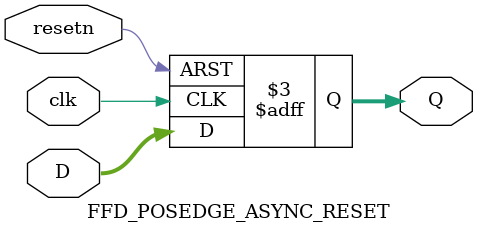
<source format=v>
`define WIDTH 8
module Adder8BitBrentKung(
clk,
resetn,
iValid,
iCarryIn,
iX,
iY,
oZ,
oCarryOut,
oReady
);
input  clk;
input  resetn;
input  iValid;
input  iCarryIn;
input  iX;
input  iY;
output oZ;
output oCarryOut;
output oReady;
parameter N= 8;

wire  [N-1:0] iX;
wire  [N-1:0] iY;
wire  [N-1:0] oZ;
wire          oReady;
wire          oCarryOut;

wire  [N-1:0] p,g;
wire  [N-1:0] wX, wY;

FFD_POSEDGE_ASYNC_RESET #(.SIZE(N)) FFD_X (
  .clk(clk),
  .resetn(resetn),
  .D(iX),
  .Q(wX)
);
FFD_POSEDGE_ASYNC_RESET #(.SIZE(N)) FFD_Y (
  .clk(clk),
  .resetn(resetn),
  .D(iY),
  .Q(wY)
);

wire wValidPP1;
FFD_POSEDGE_ASYNC_RESET #(.SIZE(1)) FFD_Delay1 (
  .clk(clk),
  .resetn(resetn),
  .D(iValid),
  .Q(wValidPP1)
);
genvar i;
generate for (i=0; i<N; i++) begin :pg_cla
    assign p[i] = wX[i]^wY[i];
    assign g[i] = wX[i]&wY[i];
end endgenerate 

//Stage 1
wire [N-1:0] p1,g1;

GP_Buf   gp1Buf0   (.iBufG( g[0]), .oBufG(g1[0]), .iBufP(p[0]), .oBufP(p1[0]));
GP_Adder gp1Adder1 (.iGi_j1(g[1]), .iPi_j1(p[1]), .iGj_k(g[0]), .iPj_k( p[0]), .oGi_k(g1[1]), .oPi_k(p1[1]));
GP_Buf   gp1Buf2   (.iBufG( g[2]), .oBufG(g1[2]), .iBufP(p[2]), .oBufP(p1[2]));
GP_Adder gp1Adder3 (.iGi_j1(g[3]), .iPi_j1(p[3]), .iGj_k(g[2]), .iPj_k( p[2]), .oGi_k(g1[3]), .oPi_k(p1[3]));
GP_Buf   gp1Buf4   (.iBufG( g[4]), .oBufG(g1[4]), .iBufP(p[4]), .oBufP(p1[4]));
GP_Adder gp1Adder5 (.iGi_j1(g[5]), .iPi_j1(p[5]), .iGj_k(g[4]), .iPj_k( p[4]), .oGi_k(g1[5]), .oPi_k(p1[5]));
GP_Buf   gp1Buf6   (.iBufG( g[6]), .oBufG(g1[6]), .iBufP(p[6]), .oBufP(p1[6]));
GP_Adder gp1Adder7 (.iGi_j1(g[7]), .iPi_j1(p[7]), .iGj_k(g[6]), .iPj_k( p[6]), .oGi_k(g1[7]), .oPi_k(p1[7]));

//Stage 2
wire  [N-1:0] p2, g2;
GP_Buf   gp2Buf0   (.iBufG( g1[0]), .oBufG( g2[0]), .iBufP(p1[0]), .oBufP(p2[0]));
GP_Buf   gp2Buf1   (.iBufG( g1[1]), .oBufG( g2[1]), .iBufP(p1[1]), .oBufP(p2[1]));
GP_Buf   gp2Buf2   (.iBufG( g1[2]), .oBufG( g2[2]), .iBufP(p1[2]), .oBufP(p2[2]));
GP_Adder gp2Adder3 (.iGi_j1(g1[3]), .iPi_j1(p1[3]), .iGj_k(g1[1]), .iPj_k(p1[1]), .oGi_k(g2[3]), .oPi_k(p2[3]));
GP_Buf   gp2Buf4   (.iBufG( g1[4]), .oBufG( g2[4]), .iBufP(p1[4]), .oBufP(p2[4]));
GP_Buf   gp2Buf5   (.iBufG( g1[5]), .oBufG( g2[5]), .iBufP(p1[5]), .oBufP(p2[5]));
GP_Buf   gp2Buf6   (.iBufG( g1[6]), .oBufG( g2[6]), .iBufP(p1[6]), .oBufP(p2[6]));
GP_Adder gp2Adder7 (.iGi_j1(g1[7]), .iPi_j1(p1[7]), .iGj_k(g1[5]), .iPj_k(p1[5]), .oGi_k(g2[7]), .oPi_k(p2[7]));

//Insert the D-FlipFlops to form pipeline 
wire  [N-1:0] p2_pp, g2_pp;
FFD_POSEDGE_ASYNC_RESET #(.SIZE(N)) FFD_P1 (
  .clk(clk),
  .resetn(resetn),
  .D(p2),
  .Q(p2_pp)
);

FFD_POSEDGE_ASYNC_RESET #(.SIZE(N)) FFD_G1 (
  .clk(clk),
  .resetn(resetn),
  .D(g2),
  .Q(g2_pp)
);
//Pipeline the p for the sum 
wire [N-1:0] p_pp;
FFD_POSEDGE_ASYNC_RESET #(.SIZE(N)) FFD_SumP (
  .clk(clk),
  .resetn(resetn),
  .D(p),
  .Q(p_pp)
);

//Stage 3 
wire [N-1:0] p3, g3;
GP_Buf   gp3Buf0   (.iBufG( g2_pp[0]), .oBufG(    g3[0]), .iBufP(p2_pp[0]), .oBufP(   p3[0]));
GP_Buf   gp3Buf1   (.iBufG( g2_pp[1]), .oBufG(    g3[1]), .iBufP(p2_pp[1]), .oBufP(   p3[1]));
GP_Adder gp3Adder2 (.iGi_j1(g2_pp[2]), .iPi_j1(p2_pp[2]), .iGj_k(g2_pp[1]), .iPj_k(p2_pp[1]), .oGi_k(g3[2]), .oPi_k(p3[2]));
GP_Buf   gp3Buf3   (.iBufG( g2_pp[3]), .oBufG(    g3[3]), .iBufP(p2_pp[3]), .oBufP(   p3[3]));
GP_Buf   gp3Buf4   (.iBufG( g2_pp[4]), .oBufG(    g3[4]), .iBufP(p2_pp[4]), .oBufP(   p3[4]));
GP_Adder gp3Adder5 (.iGi_j1(g2_pp[5]), .iPi_j1(p2_pp[5]), .iGj_k(g2_pp[3]), .iPj_k(p2_pp[3]), .oGi_k(g3[5]), .oPi_k(p3[5]));
GP_Buf   gp3Buf6   (.iBufG( g2_pp[6]), .oBufG(    g3[6]), .iBufP(p2_pp[6]), .oBufP(   p3[6]));
GP_Adder gp3Adder7 (.iGi_j1(g2_pp[7]), .iPi_j1(p2_pp[7]), .iGj_k(g2_pp[3]), .iPj_k(p2_pp[3]), .oGi_k(g3[7]), .oPi_k(p3[7]));

//Stage 4
wire [N-1:0] p4,g4;
GP_Buf   gp4Buf0   (.iBufG( g3[0]), .oBufG( g4[0]), .iBufP(p3[0]), .oBufP(p4[0]));
GP_Buf   gp4Buf1   (.iBufG( g3[1]), .oBufG( g4[1]), .iBufP(p3[1]), .oBufP(p4[1]));
GP_Buf   gp4Buf2   (.iBufG( g3[2]), .oBufG( g4[2]), .iBufP(p3[2]), .oBufP(p4[2]));
GP_Buf   gp4Buf3   (.iBufG( g3[3]), .oBufG( g4[3]), .iBufP(p3[3]), .oBufP(p4[3]));
GP_Adder gp3Adder4 (.iGi_j1(g3[4]), .iPi_j1(p3[4]), .iGj_k(g3[3]), .iPj_k(p3[3]), .oGi_k(g4[4]), .oPi_k(p4[4]));
GP_Buf   gp4Buf5   (.iBufG( g3[5]), .oBufG( g4[5]), .iBufP(p3[5]), .oBufP(p4[5]));
GP_Adder gp3Adder6 (.iGi_j1(g3[6]), .iPi_j1(p3[6]), .iGj_k(p3[5]), .iPj_k(p3[6]), .oGi_k(g4[6]), .oPi_k(p4[6]));
GP_Buf   gp4Buf7   (.iBufG( g3[7]), .oBufG( g4[7]), .iBufP(p3[7]), .oBufP(p4[7]));

//Output D-FlipFlop
wire wValidPP2;
FFD_POSEDGE_ASYNC_RESET #(.SIZE(1)) FFD_Delay2 (
  .clk(clk),
  .resetn(resetn),
  .D(wValidPP1),
  .Q(wValidPP2)
);
wire  [N-1:0] p4_pp, g4_pp;
FFD_POSEDGE_ASYNC_RESET #(.SIZE(N)) FFD_P2 (
  .clk(clk),
  .resetn(resetn),
  .D(p4),
  .Q(p4_pp)
);

FFD_POSEDGE_ASYNC_RESET #(.SIZE(N)) FFD_G2 (
  .clk(clk),
  .resetn(resetn),
  .D(g4),
  .Q(g4_pp)
);

assign oZ[0] = p4[0];
generate for (i=1; i<N; i=i+1 ) begin 
    assign oZ [i] = p_pp[i]^ g4[i-1];
end endgenerate

assign oCarryOut = g4[N-1]; 
assign oReady    = wValidPP2;

endmodule 

//Generate and Propagate add
module GP_Adder (
iGi_j1,
iPi_j1,
iGj_k,
iPj_k,
oGi_k,
oPi_k
);
input  iGi_j1; //iG(i,j+1)
input  iPi_j1; //iP(i,j+1)
input  iGj_k;  //iG(j,k)
input  iPj_k;  //iP(j,k)
output oGi_k;
output oPi_k;

reg    oGi_k;
reg    oPi_k;

always @(*) begin
    oGi_k = iGi_j1 + ( iGj_k & iPi_j1);
    oPi_k = iPi_j1 & iPj_k;
end 

endmodule 

module GP_Buf (
iBufP,
iBufG,
oBufP,
oBufG
);
input  iBufP;
input  iBufG;
output oBufP;
output oBufG;

buf (oBufP, iBufP);
buf (oBufG, iBufG);

endmodule 

module FFD_POSEDGE_ASYNC_ENABLE_RESET # ( parameter SIZE=`WIDTH )
	(
	input wire clk,
	input wire resetn, 
    input wire enable,
	input wire [SIZE-1:0] D,
	output reg [SIZE-1:0] Q
	); 
 
  always @(posedge clk or negedge resetn) begin 
	   if (~resetn)  
        Q <= 0; 
      else 
        if (enable)
            Q <= D; 
    end 
endmodule 

module FFD_POSEDGE_ASYNC_RESET # ( parameter SIZE=`WIDTH )
	(
	input wire clk,
	input wire resetn, 
	input wire [SIZE-1:0] D,
	output reg [SIZE-1:0] Q
	); 
 
  always @(posedge clk or negedge resetn) begin 
	   if (~resetn)  
        Q <= 0; 
      else 
            Q <= D; 
    end 
endmodule 


</source>
